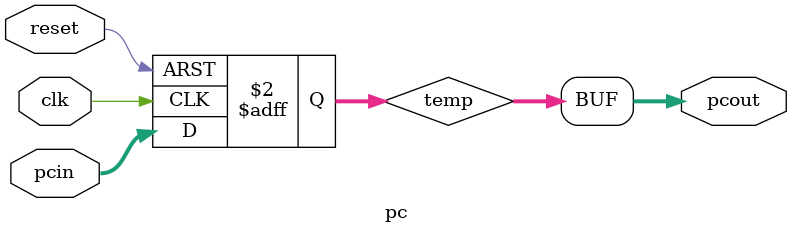
<source format=v>
module pc(clk, reset, pcin, pcout);
  input clk, reset;
  input [29:0] pcin;
  output [29:0] pcout;
  
  reg [29:0] temp;
  
  assign pcout = temp;
  
  always@ (posedge clk, posedge reset)
  begin
    if(reset) temp = 30'h0000_0c00;
    else temp = pcin;
  end
endmodule

</source>
